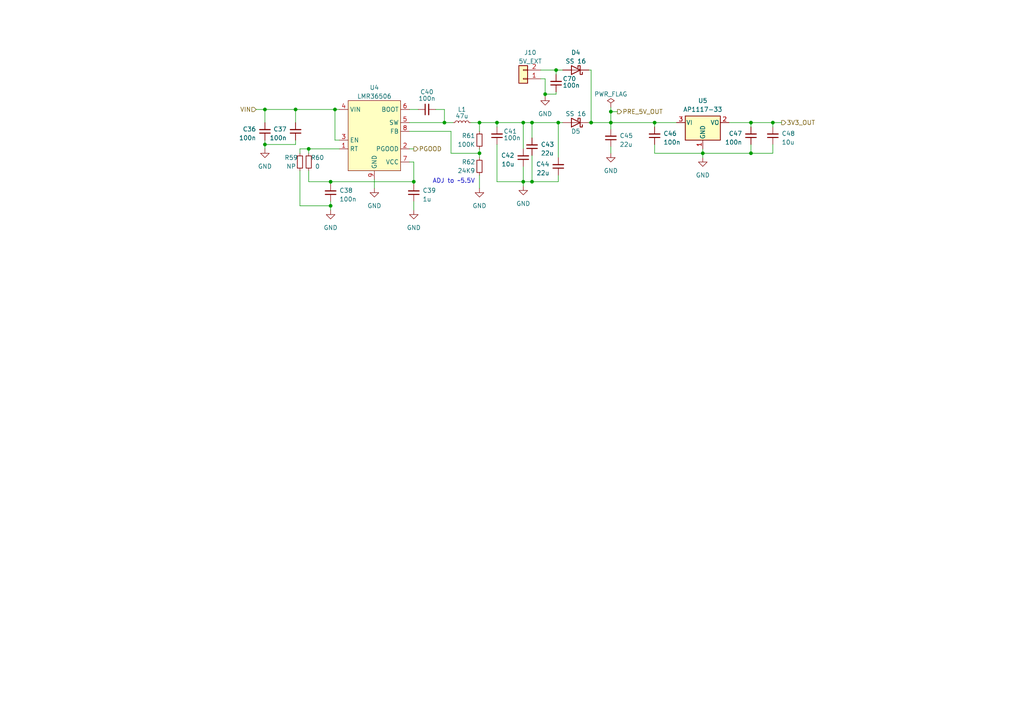
<source format=kicad_sch>
(kicad_sch (version 20211123) (generator eeschema)
  (paper "A4")
  (title_block (title "Think-City-BMS") (rev "0.0.1") (company "the78mole") (comment 1 "Author: Daniel Glaser"))
  (lib_symbols
    (symbol "Connector_Generic:Conn_01x02" (pin_names (offset 1.016) hide)
      (property "Reference" "J" (at 0 2.54 0))
      (property "Value" "Conn_01x02" (at 0 -5.08 0))
      (symbol "Conn_01x02_1_1"
        (rectangle (start -1.27 -2.413) (end 0 -2.667) (stroke (width 0.1524)))
        (rectangle (start -1.27 0.127) (end 0 -0.127) (stroke (width 0.1524)))
        (rectangle (start -1.27 1.27) (end 1.27 -3.81) (stroke (width 0.254)) (fill (type background)))
        (pin passive line (at -5.08 0 0) (length 3.81) (name "Pin_1") (number "1"))
        (pin passive line (at -5.08 -2.54 0) (length 3.81) (name "Pin_2") (number "2"))
      )
    )
    (symbol "Device:C_Small" (pin_numbers hide) (pin_names (offset 0.254) hide)
      (property "Reference" "C" (at 0.254 1.778 0))
      (property "Value" "C_Small" (at 0.254 -2.032 0))
      (symbol "C_Small_0_1"
        (polyline (pts (xy -1.524 -0.508) (xy 1.524 -0.508)) (stroke (width 0.3302)))
        (polyline (pts (xy -1.524 0.508) (xy 1.524 0.508)) (stroke (width 0.3048)))
      )
      (symbol "C_Small_1_1"
        (pin passive line (at 0 2.54 270) (length 2.032) (name "~") (number "1"))
        (pin passive line (at 0 -2.54 90) (length 2.032) (name "~") (number "2"))
      )
    )
    (symbol "Device:D_Schottky" (pin_numbers hide) (pin_names (offset 1.016) hide)
      (property "Reference" "D" (at 0 2.54 0))
      (property "Value" "D_Schottky" (at 0 -2.54 0))
      (symbol "D_Schottky_0_1"
        (polyline (pts (xy 1.27 0) (xy -1.27 0)))
        (polyline (pts (xy 1.27 1.27) (xy 1.27 -1.27) (xy -1.27 0) (xy 1.27 1.27)) (stroke (width 0.254)))
        (polyline (pts (xy -1.905 0.635) (xy -1.905 1.27) (xy -1.27 1.27) (xy -1.27 -1.27) (xy -0.635 -1.27) (xy -0.635 -0.635)) (stroke (width 0.254)))
      )
      (symbol "D_Schottky_1_1"
        (pin passive line (at -3.81 0 0) (length 2.54) (name "K") (number "1"))
        (pin passive line (at 3.81 0 180) (length 2.54) (name "A") (number "2"))
      )
    )
    (symbol "Device:L_Small" (pin_numbers hide) (pin_names (offset 0.254) hide)
      (property "Reference" "L" (at 0.762 1.016 0))
      (property "Value" "L_Small" (at 0.762 -1.016 0))
      (symbol "L_Small_0_1"
        (arc (start 0 -2.032) (mid 0.508 -1.524) (end 0 -1.016))
        (arc (start 0 -1.016) (mid 0.508 -0.508) (end 0 0))
        (arc (start 0 0) (mid 0.508 0.508) (end 0 1.016))
        (arc (start 0 1.016) (mid 0.508 1.524) (end 0 2.032))
      )
      (symbol "L_Small_1_1"
        (pin passive line (at 0 2.54 270) (length 0.508) (name "~") (number "1"))
        (pin passive line (at 0 -2.54 90) (length 0.508) (name "~") (number "2"))
      )
    )
    (symbol "Device:R_Small" (pin_numbers hide) (pin_names (offset 0.254) hide)
      (property "Reference" "R" (at 0.762 0.508 0))
      (property "Value" "R_Small" (at 0.762 -1.016 0))
      (symbol "R_Small_0_1"
        (rectangle (start -0.762 1.778) (end 0.762 -1.778) (stroke (width 0.2032)))
      )
      (symbol "R_Small_1_1"
        (pin passive line (at 0 2.54 270) (length 0.762) (name "~") (number "1"))
        (pin passive line (at 0 -2.54 90) (length 0.762) (name "~") (number "2"))
      )
    )
    (symbol "Regulator_Linear:AP1117-33" (pin_names (offset 0.254))
      (property "Reference" "U" (at -3.81 3.175 0))
      (property "Value" "AP1117-33" (at 0 3.175 0))
      (symbol "AP1117-33_0_1"
        (rectangle (start -5.08 -5.08) (end 5.08 1.905) (stroke (width 0.254)) (fill (type background)))
      )
      (symbol "AP1117-33_1_1"
        (pin power_in line (at 0 -7.62 90) (length 2.54) (name "GND") (number "1"))
        (pin power_out line (at 7.62 0 180) (length 2.54) (name "VO") (number "2"))
        (pin power_in line (at -7.62 0 0) (length 2.54) (name "VI") (number "3"))
      )
    )
    (symbol "power:GND" (power) (pin_names (offset 0))
      (property "Value" "GND" (at 0 -3.81 0))
      (symbol "GND_0_1"
        (polyline (pts (xy 0 0) (xy 0 -1.27) (xy 1.27 -1.27) (xy 0 -2.54) (xy -1.27 -1.27) (xy 0 -1.27)))
      )
      (symbol "GND_1_1"
        (pin power_in line (at 0 0 270) (length 0) hide (name "GND") (number "1"))
      )
    )
    (symbol "power:PWR_FLAG" (power) (pin_numbers hide) (pin_names (offset 0) hide)
      (property "Value" "PWR_FLAG" (at 0 3.81 0))
      (symbol "PWR_FLAG_0_0"
        (pin power_out line (at 0 0 90) (length 0) (name "pwr") (number "1"))
      )
      (symbol "PWR_FLAG_0_1"
        (polyline (pts (xy 0 0) (xy 0 1.27) (xy -1.016 1.905) (xy 0 2.54) (xy 1.016 1.905) (xy 0 1.27)))
      )
    )
    (symbol "the78mole:LMR36506"
      (property "Reference" "U" (at 0 -22.86 0))
      (property "Value" "LMR36506" (at 0 -20.32 0))
      (symbol "LMR36506_0_1"
        (rectangle (start -7.62 10.16) (end 7.62 -10.16) (stroke (width 0.1524)) (fill (type background)))
      )
      (symbol "LMR36506_1_1"
        (pin passive line (at -10.16 -3.81 0) (length 2.54) (name "RT") (number "1"))
        (pin open_collector line (at 10.16 -3.81 180) (length 2.54) (name "PGOOD") (number "2"))
        (pin input line (at -10.16 -1.27 0) (length 2.54) (name "EN") (number "3"))
        (pin power_in line (at -10.16 7.62 0) (length 2.54) (name "VIN") (number "4"))
        (pin power_out line (at 10.16 3.81 180) (length 2.54) (name "SW") (number "5"))
        (pin passive line (at 10.16 7.62 180) (length 2.54) (name "BOOT") (number "6"))
        (pin power_out line (at 10.16 -7.62 180) (length 2.54) (name "VCC") (number "7"))
        (pin input line (at 10.16 1.27 180) (length 2.54) (name "FB") (number "8"))
        (pin power_in line (at 0 -12.7 90) (length 2.54) (name "GND") (number "9"))
      )
    )
  )
  (junction (at 97.155 31.75) (diameter 0.9144))
  (junction (at 171.45 35.56) (diameter 0.9144))
  (junction (at 203.835 44.45) (diameter 0.9144))
  (junction (at 76.835 41.91) (diameter 0.9144))
  (junction (at 161.925 35.56) (diameter 0.9144))
  (junction (at 158.115 27.305) (diameter 0.9144))
  (junction (at 154.305 35.56) (diameter 0.9144))
  (junction (at 154.305 52.705) (diameter 0.9144))
  (junction (at 85.725 31.75) (diameter 0.9144))
  (junction (at 139.065 44.45) (diameter 0.9144))
  (junction (at 177.165 32.385) (diameter 0.9144))
  (junction (at 151.765 35.56) (diameter 0.9144))
  (junction (at 177.165 35.56) (diameter 0.9144))
  (junction (at 128.905 35.56) (diameter 0.9144))
  (junction (at 76.835 31.75) (diameter 0.9144))
  (junction (at 161.29 20.32) (diameter 0.9144))
  (junction (at 224.155 35.56) (diameter 0.9144))
  (junction (at 120.015 52.705) (diameter 0.9144))
  (junction (at 189.865 35.56) (diameter 0.9144))
  (junction (at 139.065 35.56) (diameter 0.9144))
  (junction (at 217.805 35.56) (diameter 0.9144))
  (junction (at 95.885 52.705) (diameter 0.9144))
  (junction (at 151.765 52.705) (diameter 0.9144))
  (junction (at 217.805 44.45) (diameter 0.9144))
  (junction (at 89.535 43.18) (diameter 0.9144))
  (junction (at 95.885 59.69) (diameter 0.9144))
  (junction (at 144.145 35.56) (diameter 0.9144))
  (wire (pts (xy 161.925 50.8) (xy 161.925 52.705)))
  (wire (pts (xy 161.925 52.705) (xy 154.305 52.705)))
  (wire (pts (xy 95.885 52.705) (xy 95.885 53.34)))
  (wire (pts (xy 120.015 58.42) (xy 120.015 60.96)))
  (wire (pts (xy 217.805 41.91) (xy 217.805 44.45)))
  (wire (pts (xy 76.835 40.64) (xy 76.835 41.91)))
  (wire (pts (xy 211.455 35.56) (xy 217.805 35.56)))
  (wire (pts (xy 86.995 44.45) (xy 86.995 43.18)))
  (wire (pts (xy 118.745 38.1) (xy 130.81 38.1)))
  (wire (pts (xy 130.81 38.1) (xy 130.81 44.45)))
  (wire (pts (xy 130.81 44.45) (xy 139.065 44.45)))
  (wire (pts (xy 224.155 41.91) (xy 224.155 44.45)))
  (wire (pts (xy 189.865 41.91) (xy 189.865 44.45)))
  (wire (pts (xy 224.155 35.56) (xy 226.695 35.56)))
  (wire (pts (xy 139.065 35.56) (xy 139.065 38.1)))
  (wire (pts (xy 89.535 43.18) (xy 89.535 44.45)))
  (wire (pts (xy 144.145 41.91) (xy 144.145 52.705)))
  (wire (pts (xy 74.295 31.75) (xy 76.835 31.75)))
  (wire (pts (xy 177.165 35.56) (xy 177.165 37.465)))
  (wire (pts (xy 170.815 35.56) (xy 171.45 35.56)))
  (wire (pts (xy 76.835 31.75) (xy 85.725 31.75)))
  (wire (pts (xy 76.835 35.56) (xy 76.835 31.75)))
  (wire (pts (xy 120.015 52.705) (xy 120.015 53.34)))
  (wire (pts (xy 203.835 44.45) (xy 203.835 45.72)))
  (wire (pts (xy 177.165 32.385) (xy 177.165 35.56)))
  (wire (pts (xy 179.07 32.385) (xy 177.165 32.385)))
  (wire (pts (xy 151.765 48.26) (xy 151.765 52.705)))
  (wire (pts (xy 151.765 52.705) (xy 151.765 53.975)))
  (wire (pts (xy 156.845 20.32) (xy 161.29 20.32)))
  (wire (pts (xy 161.29 20.32) (xy 163.195 20.32)))
  (wire (pts (xy 217.805 35.56) (xy 217.805 36.83)))
  (wire (pts (xy 89.535 49.53) (xy 89.535 52.705)))
  (wire (pts (xy 89.535 52.705) (xy 95.885 52.705)))
  (wire (pts (xy 189.865 36.83) (xy 189.865 35.56)))
  (wire (pts (xy 217.805 44.45) (xy 203.835 44.45)))
  (wire (pts (xy 136.525 35.56) (xy 139.065 35.56)))
  (wire (pts (xy 139.065 35.56) (xy 144.145 35.56)))
  (wire (pts (xy 85.725 40.64) (xy 85.725 41.91)))
  (wire (pts (xy 85.725 41.91) (xy 76.835 41.91)))
  (wire (pts (xy 224.155 44.45) (xy 217.805 44.45)))
  (wire (pts (xy 156.845 22.86) (xy 158.115 22.86)))
  (wire (pts (xy 158.115 27.305) (xy 158.115 22.86)))
  (wire (pts (xy 158.115 27.94) (xy 158.115 27.305)))
  (wire (pts (xy 161.925 35.56) (xy 163.195 35.56)))
  (wire (pts (xy 161.925 45.72) (xy 161.925 35.56)))
  (wire (pts (xy 189.865 44.45) (xy 203.835 44.45)))
  (wire (pts (xy 154.305 35.56) (xy 154.305 40.005)))
  (wire (pts (xy 189.865 35.56) (xy 196.215 35.56)))
  (wire (pts (xy 118.745 35.56) (xy 128.905 35.56)))
  (wire (pts (xy 126.365 31.75) (xy 128.905 31.75)))
  (wire (pts (xy 128.905 31.75) (xy 128.905 35.56)))
  (wire (pts (xy 128.905 35.56) (xy 131.445 35.56)))
  (wire (pts (xy 108.585 52.07) (xy 108.585 54.61)))
  (wire (pts (xy 144.145 36.83) (xy 144.145 35.56)))
  (wire (pts (xy 170.815 20.32) (xy 171.45 20.32)))
  (wire (pts (xy 171.45 20.32) (xy 171.45 35.56)))
  (wire (pts (xy 86.995 43.18) (xy 89.535 43.18)))
  (wire (pts (xy 89.535 43.18) (xy 98.425 43.18)))
  (wire (pts (xy 86.995 49.53) (xy 86.995 59.69)))
  (wire (pts (xy 86.995 59.69) (xy 95.885 59.69)))
  (wire (pts (xy 203.835 44.45) (xy 203.835 43.18)))
  (wire (pts (xy 139.065 50.8) (xy 139.065 54.61)))
  (wire (pts (xy 151.765 35.56) (xy 151.765 43.18)))
  (wire (pts (xy 217.805 35.56) (xy 224.155 35.56)))
  (wire (pts (xy 95.885 58.42) (xy 95.885 59.69)))
  (wire (pts (xy 95.885 59.69) (xy 95.885 60.96)))
  (wire (pts (xy 139.065 43.18) (xy 139.065 44.45)))
  (wire (pts (xy 139.065 44.45) (xy 139.065 45.72)))
  (wire (pts (xy 97.155 31.75) (xy 97.155 40.64)))
  (wire (pts (xy 76.835 41.91) (xy 76.835 43.18)))
  (wire (pts (xy 85.725 31.75) (xy 97.155 31.75)))
  (wire (pts (xy 85.725 35.56) (xy 85.725 31.75)))
  (wire (pts (xy 97.155 31.75) (xy 98.425 31.75)))
  (wire (pts (xy 144.145 35.56) (xy 151.765 35.56)))
  (wire (pts (xy 151.765 35.56) (xy 154.305 35.56)))
  (wire (pts (xy 154.305 35.56) (xy 161.925 35.56)))
  (wire (pts (xy 171.45 35.56) (xy 177.165 35.56)))
  (wire (pts (xy 177.165 35.56) (xy 189.865 35.56)))
  (wire (pts (xy 144.145 52.705) (xy 151.765 52.705)))
  (wire (pts (xy 97.155 40.64) (xy 98.425 40.64)))
  (wire (pts (xy 158.115 27.305) (xy 161.29 27.305)))
  (wire (pts (xy 161.29 26.67) (xy 161.29 27.305)))
  (wire (pts (xy 151.765 52.705) (xy 154.305 52.705)))
  (wire (pts (xy 154.305 45.085) (xy 154.305 52.705)))
  (wire (pts (xy 118.745 46.99) (xy 120.015 46.99)))
  (wire (pts (xy 120.015 46.99) (xy 120.015 52.705)))
  (wire (pts (xy 120.015 52.705) (xy 95.885 52.705)))
  (wire (pts (xy 118.745 31.75) (xy 121.285 31.75)))
  (wire (pts (xy 177.165 44.45) (xy 177.165 42.545)))
  (wire (pts (xy 118.745 43.18) (xy 120.015 43.18)))
  (wire (pts (xy 177.165 31.115) (xy 177.165 32.385)))
  (wire (pts (xy 161.29 20.32) (xy 161.29 21.59)))
  (wire (pts (xy 224.155 35.56) (xy 224.155 36.83)))
  (text "ADJ to ~5.5V" (at 137.795 53.34 180) (effects (font (size 1.27 1.27)) (justify right bottom)))
  (hierarchical_label "VIN" (shape input) (at 74.295 31.75 180))
  (hierarchical_label "PGOOD" (shape output) (at 120.015 43.18 0))
  (hierarchical_label "3V3_OUT" (shape output) (at 226.695 35.56 0))
  (hierarchical_label "PRE_5V_OUT" (shape output) (at 179.07 32.385 0))
  (symbol (lib_id "power:GND") (at 76.835 43.18 0) (unit 1)
    (property "Reference" "#PWR045" (effects hide))
    (property "Value" "GND" (at 76.835 48.26 0))
  )
  (symbol (lib_id "Device:D_Schottky") (at 167.005 20.32 180) (unit 1)
    (property "Reference" "D4" (at 167.005 15.24 0))
    (property "Value" "SS 16" (at 167.005 17.78 0))
    (property "Footprint" "Diode_SMD:D_SMA-SMB_Universal_Handsoldering" (effects hide))
  )
  (symbol (lib_id "Device:C_Small") (at 76.835 38.1 0) (mirror x) (unit 1)
    (property "Reference" "C36" (at 74.295 37.4649 0) (effects (justify right)))
    (property "Value" "100n" (at 74.295 40.0049 0) (effects (justify right)))
    (property "Footprint" "Capacitor_SMD:C_0603_1608Metric_Pad1.08x0.95mm_HandSolder" (effects hide))
  )
  (symbol (lib_id "power:GND") (at 203.835 45.72 0) (unit 1)
    (property "Reference" "#PWR053" (effects hide))
    (property "Value" "GND" (at 203.835 50.8 0))
  )
  (symbol (lib_id "Device:C_Small") (at 217.805 39.37 0) (mirror x) (unit 1)
    (property "Reference" "C47" (at 215.265 38.7349 0) (effects (justify right)))
    (property "Value" "100n" (at 215.265 41.2749 0) (effects (justify right)))
    (property "Footprint" "Capacitor_SMD:C_0603_1608Metric_Pad1.08x0.95mm_HandSolder" (effects hide))
  )
  (symbol (lib_id "Device:C_Small") (at 144.145 39.37 180) (unit 1)
    (property "Reference" "C41" (at 146.05 38.0999 0) (effects (justify right)))
    (property "Value" "100n" (at 146.05 40.0049 0) (effects (justify right)))
    (property "Footprint" "Capacitor_SMD:C_0603_1608Metric_Pad1.08x0.95mm_HandSolder" (effects hide))
  )
  (symbol (lib_id "Device:R_Small") (at 89.535 46.99 0) (mirror y) (unit 1)
    (property "Reference" "R60" (at 92.075 45.72 0))
    (property "Value" "0" (at 92.075 48.26 0))
    (property "Footprint" "Resistor_SMD:R_0603_1608Metric_Pad0.98x0.95mm_HandSolder" (effects hide))
  )
  (symbol (lib_id "Device:C_Small") (at 95.885 55.88 180) (unit 1)
    (property "Reference" "C38" (at 98.425 55.2449 0) (effects (justify right)))
    (property "Value" "100n" (at 98.425 57.7849 0) (effects (justify right)))
    (property "Footprint" "Capacitor_SMD:C_0603_1608Metric_Pad1.08x0.95mm_HandSolder" (effects hide))
  )
  (symbol (lib_id "Device:R_Small") (at 139.065 48.26 0) (unit 1)
    (property "Reference" "R62" (at 135.89 46.99 0))
    (property "Value" "24K9" (at 135.255 49.53 0))
    (property "Footprint" "Resistor_SMD:R_0603_1608Metric_Pad0.98x0.95mm_HandSolder" (effects hide))
  )
  (symbol (lib_id "power:GND") (at 120.015 60.96 0) (unit 1)
    (property "Reference" "#PWR048" (effects hide))
    (property "Value" "GND" (at 120.015 66.04 0))
  )
  (symbol (lib_id "Device:C_Small") (at 151.765 45.72 0) (mirror x) (unit 1)
    (property "Reference" "C42" (at 149.225 45.0849 0) (effects (justify right)))
    (property "Value" "10u" (at 149.225 47.6249 0) (effects (justify right)))
    (property "Footprint" "Capacitor_SMD:C_0805_2012Metric_Pad1.18x1.45mm_HandSolder" (effects hide))
  )
  (symbol (lib_id "power:GND") (at 108.585 54.61 0) (unit 1)
    (property "Reference" "#PWR047" (effects hide))
    (property "Value" "GND" (at 108.585 59.69 0))
  )
  (symbol (lib_id "power:GND") (at 95.885 60.96 0) (unit 1)
    (property "Reference" "#PWR046" (effects hide))
    (property "Value" "GND" (at 95.885 66.04 0))
  )
  (symbol (lib_id "Device:C_Small") (at 120.015 55.88 180) (unit 1)
    (property "Reference" "C39" (at 122.555 55.2449 0) (effects (justify right)))
    (property "Value" "1u" (at 122.555 57.7849 0) (effects (justify right)))
    (property "Footprint" "Capacitor_SMD:C_0805_2012Metric_Pad1.18x1.45mm_HandSolder" (effects hide))
  )
  (symbol (lib_id "Device:R_Small") (at 86.995 46.99 0) (unit 1)
    (property "Reference" "R59" (at 84.455 45.72 0))
    (property "Value" "NP" (at 84.455 48.26 0))
    (property "Footprint" "Resistor_SMD:R_0603_1608Metric_Pad0.98x0.95mm_HandSolder" (effects hide))
  )
  (symbol (lib_id "Device:C_Small") (at 189.865 39.37 180) (unit 1)
    (property "Reference" "C46" (at 192.405 38.7349 0) (effects (justify right)))
    (property "Value" "100n" (at 192.405 41.2749 0) (effects (justify right)))
    (property "Footprint" "Capacitor_SMD:C_0603_1608Metric_Pad1.08x0.95mm_HandSolder" (effects hide))
  )
  (symbol (lib_id "Device:C_Small") (at 224.155 39.37 180) (unit 1)
    (property "Reference" "C48" (at 226.695 38.7349 0) (effects (justify right)))
    (property "Value" "10u" (at 226.695 41.2749 0) (effects (justify right)))
    (property "Footprint" "Capacitor_SMD:C_0805_2012Metric_Pad1.18x1.45mm_HandSolder" (effects hide))
  )
  (symbol (lib_id "Device:C_Small") (at 123.825 31.75 90) (unit 1)
    (property "Reference" "C40" (at 123.825 26.67 90))
    (property "Value" "100n" (at 123.825 28.575 90))
    (property "Footprint" "Capacitor_SMD:C_0603_1608Metric_Pad1.08x0.95mm_HandSolder" (effects hide))
  )
  (symbol (lib_id "power:GND") (at 139.065 54.61 0) (unit 1)
    (property "Reference" "#PWR049" (effects hide))
    (property "Value" "GND" (at 139.065 59.69 0))
  )
  (symbol (lib_id "Device:C_Small") (at 161.29 24.13 180) (unit 1)
    (property "Reference" "C70" (at 163.195 22.8599 0) (effects (justify right)))
    (property "Value" "100n" (at 163.195 24.7649 0) (effects (justify right)))
    (property "Footprint" "Capacitor_SMD:C_0603_1608Metric_Pad1.08x0.95mm_HandSolder" (effects hide))
  )
  (symbol (lib_id "power:GND") (at 151.765 53.975 0) (unit 1)
    (property "Reference" "#PWR050" (effects hide))
    (property "Value" "GND" (at 151.765 59.055 0))
  )
  (symbol (lib_id "Device:C_Small") (at 85.725 38.1 0) (mirror x) (unit 1)
    (property "Reference" "C37" (at 83.185 37.4649 0) (effects (justify right)))
    (property "Value" "100n" (at 83.185 40.0049 0) (effects (justify right)))
    (property "Footprint" "Capacitor_SMD:C_0603_1608Metric_Pad1.08x0.95mm_HandSolder" (effects hide))
  )
  (symbol (lib_id "Device:C_Small") (at 177.165 40.005 180) (unit 1)
    (property "Reference" "C45" (at 179.705 39.3699 0) (effects (justify right)))
    (property "Value" "22u" (at 179.705 41.9099 0) (effects (justify right)))
    (property "Footprint" "Capacitor_SMD:C_0805_2012Metric_Pad1.18x1.45mm_HandSolder" (effects hide))
  )
  (symbol (lib_id "power:GND") (at 158.115 27.94 0) (unit 1)
    (property "Reference" "#PWR051" (effects hide))
    (property "Value" "GND" (at 158.115 33.02 0))
  )
  (symbol (lib_id "Device:L_Small") (at 133.985 35.56 90) (unit 1)
    (property "Reference" "L1" (at 133.985 31.75 90))
    (property "Value" "47u" (at 133.985 33.655 90))
    (property "Footprint" "Inductor_SMD:L_Wuerth_WE-PD-Typ-7345" (effects hide))
    (property "Datasheet" "https://www.we-online.com/katalog/datasheet/744777147.pdf" (effects hide))
    (property "WE" "744777147" (effects hide))
  )
  (symbol (lib_id "Regulator_Linear:AP1117-33") (at 203.835 35.56 0) (unit 1)
    (property "Reference" "U5" (at 203.835 29.21 0))
    (property "Value" "AP1117-33" (at 203.835 31.75 0))
    (property "Footprint" "Package_TO_SOT_SMD:SOT-223-3_TabPin2" (effects hide))
    (property "Datasheet" "http://www.diodes.com/datasheets/AP1117.pdf" (effects hide))
  )
  (symbol (lib_id "power:GND") (at 177.165 44.45 0) (unit 1)
    (property "Reference" "#PWR052" (effects hide))
    (property "Value" "GND" (at 177.165 49.53 0))
  )
  (symbol (lib_id "the78mole:LMR36506") (at 108.585 39.37 0) (unit 1)
    (property "Reference" "U4" (at 108.585 25.4 0))
    (property "Value" "LMR36506" (at 108.585 27.94 0))
    (property "Footprint" "the78mole:VQFN-8-1EP_2x2mm_P0.5mm_EP0.6x1.2mm" (effects hide))
    (property "Datasheet" "https://www.ti.com/lit/ds/symlink/lmr36506.pdf" (effects hide))
  )
  (symbol (lib_id "Device:R_Small") (at 139.065 40.64 0) (unit 1)
    (property "Reference" "R61" (at 135.89 39.37 0))
    (property "Value" "100K" (at 135.255 41.91 0))
    (property "Footprint" "Resistor_SMD:R_0603_1608Metric_Pad0.98x0.95mm_HandSolder" (effects hide))
  )
  (symbol (lib_id "power:PWR_FLAG") (at 177.165 31.115 0) (unit 1)
    (property "Reference" "#FLG07" (effects hide))
    (property "Value" "PWR_FLAG" (at 177.165 27.305 0))
  )
  (symbol (lib_id "Device:C_Small") (at 161.925 48.26 0) (mirror x) (unit 1)
    (property "Reference" "C44" (at 159.385 47.6249 0) (effects (justify right)))
    (property "Value" "22u" (at 159.385 50.1649 0) (effects (justify right)))
    (property "Footprint" "Capacitor_SMD:C_0805_2012Metric_Pad1.18x1.45mm_HandSolder" (effects hide))
  )
  (symbol (lib_id "Device:D_Schottky") (at 167.005 35.56 180) (unit 1)
    (property "Reference" "D5" (at 167.005 38.1 0))
    (property "Value" "SS 16" (at 167.005 33.02 0))
    (property "Footprint" "Diode_SMD:D_SMA-SMB_Universal_Handsoldering" (effects hide))
  )
  (symbol (lib_id "Device:C_Small") (at 154.305 42.545 180) (unit 1)
    (property "Reference" "C43" (at 156.845 41.9099 0) (effects (justify right)))
    (property "Value" "22u" (at 156.845 44.4499 0) (effects (justify right)))
    (property "Footprint" "Capacitor_SMD:C_0805_2012Metric_Pad1.18x1.45mm_HandSolder" (effects hide))
  )
  (symbol (lib_id "Connector_Generic:Conn_01x02") (at 151.765 22.86 180) (unit 1)
    (property "Reference" "J10" (at 153.797 15.24 0))
    (property "Value" "5V_EXT" (at 153.797 17.78 0))
    (property "Footprint" "Connector_PinHeader_2.54mm:PinHeader_1x02_P2.54mm_Vertical" (effects hide))
  )
)
</source>
